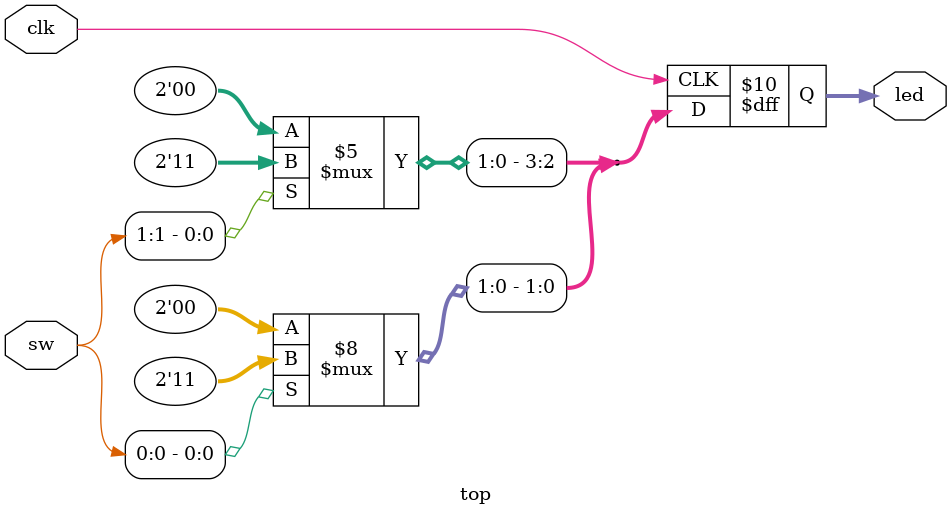
<source format=sv>

`default_nettype none
`timescale 1ns / 1ps

module top (
    input wire logic clk,
    input wire logic [3:0] sw,
    output     logic [3:0] led
    );
    
    always_ff @(posedge clk) begin
        if(sw[0] == 1) begin
            led[1:0] <= 2'b11;
        end else begin
            led[1:0] <= 2'b00;
        end

        if(sw[1] == 1) begin
            led[3:2] <= 2'b11;
        end else begin
            led[3:2] <= 2'b00;
        end
    end
endmodule

</source>
